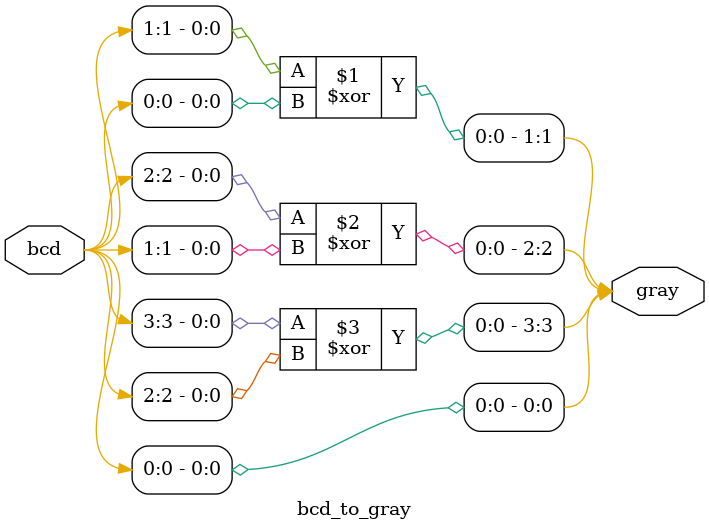
<source format=v>
module bcd_to_gray #(parameter BCD_WIDTH=4, parameter GRAY_WIDTH=4) (
    input [BCD_WIDTH-1:0] bcd,
    output [GRAY_WIDTH-1:0] gray
);
    assign gray = {bcd[3]^bcd[2],bcd[2]^bcd[1],bcd[1]^bcd[0],bcd[0]};
endmodule
</source>
